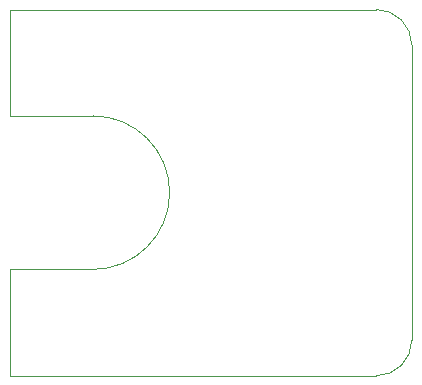
<source format=gbr>
%TF.GenerationSoftware,Altium Limited,Altium Designer,24.7.2 (38)*%
G04 Layer_Color=0*
%FSLAX43Y43*%
%MOMM*%
%TF.SameCoordinates,E959DE18-6F16-491B-AE1F-B8F7C51A02EC*%
%TF.FilePolarity,Positive*%
%TF.FileFunction,Profile,NP*%
%TF.Part,Single*%
G01*
G75*
%TA.AperFunction,Profile*%
%ADD31C,0.025*%
D31*
X-7000Y-15500D02*
Y-6500D01*
X0D01*
D02*
G03*
X0Y6500I0J6500D01*
G01*
X-7000D01*
Y15500D01*
X24000Y15500D01*
D02*
G02*
X27000Y12500I0J-3000D01*
G01*
Y-12500D01*
D02*
G02*
X24000Y-15500I-3000J0D01*
G01*
X-7000D01*
%TF.MD5,46e62325892c7a9c2eac24c36db62854*%
M02*

</source>
